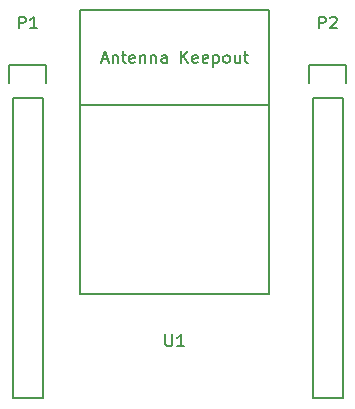
<source format=gbr>
G04 #@! TF.FileFunction,Legend,Top*
%FSLAX46Y46*%
G04 Gerber Fmt 4.6, Leading zero omitted, Abs format (unit mm)*
G04 Created by KiCad (PCBNEW 4.0.4-stable) date Mon Dec  5 14:52:49 2016*
%MOMM*%
%LPD*%
G01*
G04 APERTURE LIST*
%ADD10C,0.100000*%
%ADD11C,0.150000*%
G04 APERTURE END LIST*
D10*
D11*
X138430000Y-105410000D02*
X138430000Y-130810000D01*
X138430000Y-130810000D02*
X135890000Y-130810000D01*
X135890000Y-130810000D02*
X135890000Y-105410000D01*
X138710000Y-102590000D02*
X138710000Y-104140000D01*
X138430000Y-105410000D02*
X135890000Y-105410000D01*
X135610000Y-104140000D02*
X135610000Y-102590000D01*
X135610000Y-102590000D02*
X138710000Y-102590000D01*
X163830000Y-105410000D02*
X163830000Y-130810000D01*
X163830000Y-130810000D02*
X161290000Y-130810000D01*
X161290000Y-130810000D02*
X161290000Y-105410000D01*
X164110000Y-102590000D02*
X164110000Y-104140000D01*
X163830000Y-105410000D02*
X161290000Y-105410000D01*
X161010000Y-104140000D02*
X161010000Y-102590000D01*
X161010000Y-102590000D02*
X164110000Y-102590000D01*
X141590000Y-105950000D02*
X157590000Y-105950000D01*
X141590000Y-97950000D02*
X141590000Y-121950000D01*
X141590000Y-121950000D02*
X157590000Y-121950000D01*
X157590000Y-121950000D02*
X157590000Y-97950000D01*
X157590000Y-97950000D02*
X141590000Y-97950000D01*
X136421905Y-99492381D02*
X136421905Y-98492381D01*
X136802858Y-98492381D01*
X136898096Y-98540000D01*
X136945715Y-98587619D01*
X136993334Y-98682857D01*
X136993334Y-98825714D01*
X136945715Y-98920952D01*
X136898096Y-98968571D01*
X136802858Y-99016190D01*
X136421905Y-99016190D01*
X137945715Y-99492381D02*
X137374286Y-99492381D01*
X137660000Y-99492381D02*
X137660000Y-98492381D01*
X137564762Y-98635238D01*
X137469524Y-98730476D01*
X137374286Y-98778095D01*
X161821905Y-99492381D02*
X161821905Y-98492381D01*
X162202858Y-98492381D01*
X162298096Y-98540000D01*
X162345715Y-98587619D01*
X162393334Y-98682857D01*
X162393334Y-98825714D01*
X162345715Y-98920952D01*
X162298096Y-98968571D01*
X162202858Y-99016190D01*
X161821905Y-99016190D01*
X162774286Y-98587619D02*
X162821905Y-98540000D01*
X162917143Y-98492381D01*
X163155239Y-98492381D01*
X163250477Y-98540000D01*
X163298096Y-98587619D01*
X163345715Y-98682857D01*
X163345715Y-98778095D01*
X163298096Y-98920952D01*
X162726667Y-99492381D01*
X163345715Y-99492381D01*
X148828095Y-125402381D02*
X148828095Y-126211905D01*
X148875714Y-126307143D01*
X148923333Y-126354762D01*
X149018571Y-126402381D01*
X149209048Y-126402381D01*
X149304286Y-126354762D01*
X149351905Y-126307143D01*
X149399524Y-126211905D01*
X149399524Y-125402381D01*
X150399524Y-126402381D02*
X149828095Y-126402381D01*
X150113809Y-126402381D02*
X150113809Y-125402381D01*
X150018571Y-125545238D01*
X149923333Y-125640476D01*
X149828095Y-125688095D01*
X143447142Y-102116667D02*
X143923333Y-102116667D01*
X143351904Y-102402381D02*
X143685237Y-101402381D01*
X144018571Y-102402381D01*
X144351904Y-101735714D02*
X144351904Y-102402381D01*
X144351904Y-101830952D02*
X144399523Y-101783333D01*
X144494761Y-101735714D01*
X144637619Y-101735714D01*
X144732857Y-101783333D01*
X144780476Y-101878571D01*
X144780476Y-102402381D01*
X145113809Y-101735714D02*
X145494761Y-101735714D01*
X145256666Y-101402381D02*
X145256666Y-102259524D01*
X145304285Y-102354762D01*
X145399523Y-102402381D01*
X145494761Y-102402381D01*
X146209048Y-102354762D02*
X146113810Y-102402381D01*
X145923333Y-102402381D01*
X145828095Y-102354762D01*
X145780476Y-102259524D01*
X145780476Y-101878571D01*
X145828095Y-101783333D01*
X145923333Y-101735714D01*
X146113810Y-101735714D01*
X146209048Y-101783333D01*
X146256667Y-101878571D01*
X146256667Y-101973810D01*
X145780476Y-102069048D01*
X146685238Y-101735714D02*
X146685238Y-102402381D01*
X146685238Y-101830952D02*
X146732857Y-101783333D01*
X146828095Y-101735714D01*
X146970953Y-101735714D01*
X147066191Y-101783333D01*
X147113810Y-101878571D01*
X147113810Y-102402381D01*
X147590000Y-101735714D02*
X147590000Y-102402381D01*
X147590000Y-101830952D02*
X147637619Y-101783333D01*
X147732857Y-101735714D01*
X147875715Y-101735714D01*
X147970953Y-101783333D01*
X148018572Y-101878571D01*
X148018572Y-102402381D01*
X148923334Y-102402381D02*
X148923334Y-101878571D01*
X148875715Y-101783333D01*
X148780477Y-101735714D01*
X148590000Y-101735714D01*
X148494762Y-101783333D01*
X148923334Y-102354762D02*
X148828096Y-102402381D01*
X148590000Y-102402381D01*
X148494762Y-102354762D01*
X148447143Y-102259524D01*
X148447143Y-102164286D01*
X148494762Y-102069048D01*
X148590000Y-102021429D01*
X148828096Y-102021429D01*
X148923334Y-101973810D01*
X150161429Y-102402381D02*
X150161429Y-101402381D01*
X150732858Y-102402381D02*
X150304286Y-101830952D01*
X150732858Y-101402381D02*
X150161429Y-101973810D01*
X151542382Y-102354762D02*
X151447144Y-102402381D01*
X151256667Y-102402381D01*
X151161429Y-102354762D01*
X151113810Y-102259524D01*
X151113810Y-101878571D01*
X151161429Y-101783333D01*
X151256667Y-101735714D01*
X151447144Y-101735714D01*
X151542382Y-101783333D01*
X151590001Y-101878571D01*
X151590001Y-101973810D01*
X151113810Y-102069048D01*
X152399525Y-102354762D02*
X152304287Y-102402381D01*
X152113810Y-102402381D01*
X152018572Y-102354762D01*
X151970953Y-102259524D01*
X151970953Y-101878571D01*
X152018572Y-101783333D01*
X152113810Y-101735714D01*
X152304287Y-101735714D01*
X152399525Y-101783333D01*
X152447144Y-101878571D01*
X152447144Y-101973810D01*
X151970953Y-102069048D01*
X152875715Y-101735714D02*
X152875715Y-102735714D01*
X152875715Y-101783333D02*
X152970953Y-101735714D01*
X153161430Y-101735714D01*
X153256668Y-101783333D01*
X153304287Y-101830952D01*
X153351906Y-101926190D01*
X153351906Y-102211905D01*
X153304287Y-102307143D01*
X153256668Y-102354762D01*
X153161430Y-102402381D01*
X152970953Y-102402381D01*
X152875715Y-102354762D01*
X153923334Y-102402381D02*
X153828096Y-102354762D01*
X153780477Y-102307143D01*
X153732858Y-102211905D01*
X153732858Y-101926190D01*
X153780477Y-101830952D01*
X153828096Y-101783333D01*
X153923334Y-101735714D01*
X154066192Y-101735714D01*
X154161430Y-101783333D01*
X154209049Y-101830952D01*
X154256668Y-101926190D01*
X154256668Y-102211905D01*
X154209049Y-102307143D01*
X154161430Y-102354762D01*
X154066192Y-102402381D01*
X153923334Y-102402381D01*
X155113811Y-101735714D02*
X155113811Y-102402381D01*
X154685239Y-101735714D02*
X154685239Y-102259524D01*
X154732858Y-102354762D01*
X154828096Y-102402381D01*
X154970954Y-102402381D01*
X155066192Y-102354762D01*
X155113811Y-102307143D01*
X155447144Y-101735714D02*
X155828096Y-101735714D01*
X155590001Y-101402381D02*
X155590001Y-102259524D01*
X155637620Y-102354762D01*
X155732858Y-102402381D01*
X155828096Y-102402381D01*
M02*

</source>
